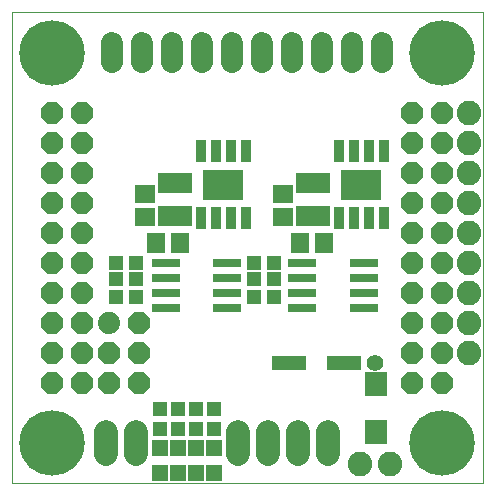
<source format=gbr>
G75*
%MOIN*%
%OFA0B0*%
%FSLAX24Y24*%
%IPPOS*%
%LPD*%
%AMOC8*
5,1,8,0,0,1.08239X$1,22.5*
%
%ADD10C,0.0010*%
%ADD11R,0.0513X0.0474*%
%ADD12R,0.0552X0.0552*%
%ADD13OC8,0.0740*%
%ADD14C,0.2180*%
%ADD15C,0.0820*%
%ADD16R,0.0749X0.0789*%
%ADD17R,0.0336X0.0769*%
%ADD18R,0.1340X0.0986*%
%ADD19R,0.0710X0.0592*%
%ADD20C,0.0812*%
%ADD21R,0.0946X0.0316*%
%ADD22R,0.1143X0.0710*%
%ADD23R,0.1182X0.0474*%
%ADD24R,0.0592X0.0710*%
%ADD25R,0.0474X0.0513*%
%ADD26C,0.0740*%
%ADD27C,0.0740*%
%ADD28C,0.0560*%
D10*
X000233Y000914D02*
X000233Y016614D01*
X015933Y016614D01*
X015933Y000914D01*
X000233Y000914D01*
D11*
X005183Y002729D03*
X005783Y002729D03*
X006383Y002729D03*
X006983Y002729D03*
X006983Y003398D03*
X006383Y003398D03*
X005783Y003398D03*
X005183Y003398D03*
X004368Y008264D03*
X003699Y008264D03*
X008299Y008264D03*
X008968Y008264D03*
D12*
X006983Y002077D03*
X006383Y002077D03*
X005783Y002077D03*
X005183Y002077D03*
X005183Y001250D03*
X005783Y001250D03*
X006383Y001250D03*
X006983Y001250D03*
D13*
X004483Y004264D03*
X003483Y004264D03*
X002583Y004264D03*
X002583Y005264D03*
X003483Y005264D03*
X004483Y005264D03*
X004483Y006264D03*
X002583Y006264D03*
X002583Y007264D03*
X002583Y008264D03*
X002583Y009264D03*
X002583Y010264D03*
X002583Y011264D03*
X002583Y012264D03*
X002583Y013264D03*
X001583Y013264D03*
X001583Y012264D03*
X001583Y011264D03*
X001583Y010264D03*
X001583Y009264D03*
X001583Y008264D03*
X001583Y007264D03*
X001583Y006264D03*
X001583Y005264D03*
X001583Y004264D03*
X013583Y004264D03*
X013583Y005264D03*
X013583Y006264D03*
X013583Y007264D03*
X013583Y008264D03*
X013583Y009264D03*
X013583Y010264D03*
X013583Y011264D03*
X013583Y012264D03*
X013583Y013264D03*
X014583Y013264D03*
X014583Y012264D03*
X014583Y011264D03*
X014583Y010264D03*
X014583Y009264D03*
X014583Y008264D03*
X014583Y007264D03*
X014583Y006264D03*
X014583Y005264D03*
X014583Y004264D03*
D14*
X014583Y002264D03*
X014583Y015264D03*
X001583Y015264D03*
X001583Y002264D03*
D15*
X011833Y001564D03*
X012833Y001564D03*
X015483Y005264D03*
X015483Y006264D03*
X015483Y007264D03*
X015483Y008264D03*
X015483Y009264D03*
X015483Y010264D03*
X015483Y011264D03*
X015483Y012264D03*
X015483Y013264D03*
D16*
X012383Y004221D03*
X012383Y002607D03*
D17*
X012133Y009761D03*
X011633Y009761D03*
X011133Y009761D03*
X012633Y009761D03*
X012633Y011966D03*
X012133Y011966D03*
X011633Y011966D03*
X011133Y011966D03*
X008033Y011966D03*
X007533Y011966D03*
X007033Y011966D03*
X006533Y011966D03*
X006533Y009761D03*
X007033Y009761D03*
X007533Y009761D03*
X008033Y009761D03*
D18*
X007283Y010864D03*
X011883Y010864D03*
D19*
X009283Y010557D03*
X009283Y009770D03*
X004683Y009770D03*
X004683Y010557D03*
D20*
X004383Y002630D02*
X004383Y001898D01*
X003383Y001898D02*
X003383Y002630D01*
X007783Y002630D02*
X007783Y001898D01*
X008783Y001898D02*
X008783Y002630D01*
X009783Y002630D02*
X009783Y001898D01*
X010783Y001898D02*
X010783Y002630D01*
D21*
X009910Y006764D03*
X009910Y007264D03*
X009910Y007764D03*
X009910Y008264D03*
X011957Y008264D03*
X011957Y007764D03*
X011957Y007264D03*
X011957Y006764D03*
X007407Y006764D03*
X007407Y007264D03*
X007407Y007764D03*
X007407Y008264D03*
X005360Y008264D03*
X005360Y007764D03*
X005360Y007264D03*
X005360Y006764D03*
D22*
X005683Y009813D03*
X005683Y010915D03*
X010283Y010915D03*
X010283Y009813D03*
D23*
X009458Y004914D03*
X011309Y004914D03*
D24*
X010627Y008914D03*
X009840Y008914D03*
X005827Y008914D03*
X005040Y008914D03*
D25*
X004368Y007714D03*
X004368Y007114D03*
X003699Y007114D03*
X003699Y007714D03*
X008299Y007714D03*
X008299Y007114D03*
X008968Y007114D03*
X008968Y007714D03*
D26*
X003483Y006264D03*
D27*
X003583Y014934D02*
X003583Y015594D01*
X004583Y015594D02*
X004583Y014934D01*
X005583Y014934D02*
X005583Y015594D01*
X006583Y015594D02*
X006583Y014934D01*
X007583Y014934D02*
X007583Y015594D01*
X008583Y015594D02*
X008583Y014934D01*
X009583Y014934D02*
X009583Y015594D01*
X010583Y015594D02*
X010583Y014934D01*
X011583Y014934D02*
X011583Y015594D01*
X012583Y015594D02*
X012583Y014934D01*
D28*
X012333Y004914D03*
M02*

</source>
